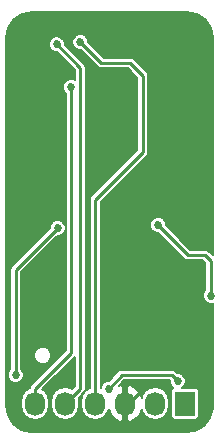
<source format=gbl>
%TF.GenerationSoftware,KiCad,Pcbnew,4.0.7*%
%TF.CreationDate,2018-07-15T20:16:19+02:00*%
%TF.ProjectId,Modulo_bluetooth,4D6F64756C6F5F626C7565746F6F7468,rev?*%
%TF.FileFunction,Copper,L2,Bot,Signal*%
%FSLAX46Y46*%
G04 Gerber Fmt 4.6, Leading zero omitted, Abs format (unit mm)*
G04 Created by KiCad (PCBNEW 4.0.7) date 07/15/18 20:16:19*
%MOMM*%
%LPD*%
G01*
G04 APERTURE LIST*
%ADD10C,0.100000*%
%ADD11R,1.727200X2.032000*%
%ADD12O,1.727200X2.032000*%
%ADD13C,0.685800*%
%ADD14C,0.254000*%
%ADD15C,0.160000*%
G04 APERTURE END LIST*
D10*
D11*
X15494000Y-33528000D03*
D12*
X12954000Y-33528000D03*
X10414000Y-33528000D03*
X7874000Y-33528000D03*
X5334000Y-33528000D03*
X2794000Y-33528000D03*
D13*
X2540000Y-21971000D03*
X4953000Y-28956000D03*
X11303000Y-27178000D03*
X13843000Y-31877000D03*
X11684000Y-28956000D03*
X16891000Y-22225000D03*
X6629400Y-2921000D03*
X4627000Y-3120000D03*
X5842000Y-6731000D03*
X14859000Y-31623000D03*
X9017000Y-32258000D03*
X1143000Y-31115000D03*
X4699000Y-18669000D03*
X17653000Y-24384000D03*
X13208000Y-18415000D03*
D14*
X2540000Y-21971000D02*
X4953000Y-24384000D01*
X4953000Y-24384000D02*
X4953000Y-28956000D01*
X11684000Y-28956000D02*
X11684000Y-27813000D01*
X11303000Y-27432000D02*
X11303000Y-27178000D01*
X11684000Y-27813000D02*
X11303000Y-27432000D01*
X10414000Y-33528000D02*
X10668000Y-33528000D01*
X10668000Y-33528000D02*
X12319000Y-31877000D01*
X12319000Y-31877000D02*
X13843000Y-31877000D01*
X11684000Y-28956000D02*
X16891000Y-23749000D01*
X16891000Y-23749000D02*
X16891000Y-22225000D01*
X7874000Y-16256000D02*
X7874000Y-33528000D01*
X11912600Y-12217400D02*
X7874000Y-16256000D01*
X11912600Y-5765800D02*
X11912600Y-12217400D01*
X10845800Y-4699000D02*
X11912600Y-5765800D01*
X8407400Y-4699000D02*
X10845800Y-4699000D01*
X6629400Y-2921000D02*
X8407400Y-4699000D01*
X4627000Y-3120000D02*
X6604000Y-5097000D01*
X6604000Y-5097000D02*
X6604000Y-32258000D01*
X6604000Y-32258000D02*
X5334000Y-33528000D01*
X2794000Y-33528000D02*
X2794000Y-32258000D01*
X5842000Y-29210000D02*
X5842000Y-7899400D01*
X5842000Y-7899400D02*
X5842000Y-6731000D01*
X2794000Y-32258000D02*
X5842000Y-29210000D01*
X14351000Y-31115000D02*
X14859000Y-31623000D01*
X10160000Y-31115000D02*
X14351000Y-31115000D01*
X9017000Y-32258000D02*
X10160000Y-31115000D01*
X1143000Y-22225000D02*
X1143000Y-31115000D01*
X4699000Y-18669000D02*
X1143000Y-22225000D01*
X17653000Y-21463000D02*
X17653000Y-24384000D01*
X17145000Y-20955000D02*
X17653000Y-21463000D01*
X15748000Y-20955000D02*
X17145000Y-20955000D01*
X13208000Y-18415000D02*
X15748000Y-20955000D01*
D15*
G36*
X16458989Y-516916D02*
X17169401Y-991599D01*
X17644084Y-1702012D01*
X17817500Y-2573834D01*
X17817500Y-20975547D01*
X17470976Y-20629024D01*
X17321417Y-20529092D01*
X17145000Y-20494000D01*
X15938953Y-20494000D01*
X13884878Y-18439926D01*
X13885017Y-18280947D01*
X13782182Y-18032068D01*
X13591934Y-17841487D01*
X13343234Y-17738218D01*
X13073947Y-17737983D01*
X12825068Y-17840818D01*
X12634487Y-18031066D01*
X12531218Y-18279766D01*
X12530983Y-18549053D01*
X12633818Y-18797932D01*
X12824066Y-18988513D01*
X13072766Y-19091782D01*
X13232970Y-19091922D01*
X15422023Y-21280976D01*
X15430415Y-21286583D01*
X15571583Y-21380908D01*
X15748000Y-21416000D01*
X16954048Y-21416000D01*
X17192000Y-21653953D01*
X17192000Y-23887750D01*
X17079487Y-24000066D01*
X16976218Y-24248766D01*
X16975983Y-24518053D01*
X17078818Y-24766932D01*
X17269066Y-24957513D01*
X17517766Y-25060782D01*
X17787053Y-25061017D01*
X17817500Y-25048437D01*
X17817500Y-33866481D01*
X17602580Y-34721330D01*
X17092274Y-35408147D01*
X16357980Y-35847396D01*
X15468812Y-35978500D01*
X2455519Y-35978500D01*
X1600670Y-35763580D01*
X913853Y-35253274D01*
X474604Y-34518980D01*
X343500Y-33629812D01*
X343500Y-33349152D01*
X1596400Y-33349152D01*
X1596400Y-33706848D01*
X1687562Y-34165150D01*
X1947169Y-34553679D01*
X2335698Y-34813286D01*
X2794000Y-34904448D01*
X3252302Y-34813286D01*
X3640831Y-34553679D01*
X3900438Y-34165150D01*
X3991600Y-33706848D01*
X3991600Y-33349152D01*
X3900438Y-32890850D01*
X3640831Y-32502321D01*
X3377550Y-32326402D01*
X6143000Y-29560952D01*
X6143000Y-32067048D01*
X5897226Y-32312822D01*
X5792302Y-32242714D01*
X5334000Y-32151552D01*
X4875698Y-32242714D01*
X4487169Y-32502321D01*
X4227562Y-32890850D01*
X4136400Y-33349152D01*
X4136400Y-33706848D01*
X4227562Y-34165150D01*
X4487169Y-34553679D01*
X4875698Y-34813286D01*
X5334000Y-34904448D01*
X5792302Y-34813286D01*
X6180831Y-34553679D01*
X6440438Y-34165150D01*
X6531600Y-33706848D01*
X6531600Y-33349152D01*
X6470744Y-33043208D01*
X6929976Y-32583976D01*
X7029908Y-32434417D01*
X7065000Y-32258000D01*
X7065000Y-5097000D01*
X7029908Y-4920583D01*
X6929976Y-4771024D01*
X5303878Y-3144926D01*
X5303956Y-3055053D01*
X5952383Y-3055053D01*
X6055218Y-3303932D01*
X6245466Y-3494513D01*
X6494166Y-3597782D01*
X6654370Y-3597922D01*
X8081424Y-5024976D01*
X8230983Y-5124908D01*
X8407400Y-5160000D01*
X10654848Y-5160000D01*
X11451600Y-5956752D01*
X11451600Y-12026448D01*
X7548024Y-15930024D01*
X7448092Y-16079583D01*
X7413000Y-16256000D01*
X7413000Y-32244517D01*
X7027169Y-32502321D01*
X6767562Y-32890850D01*
X6676400Y-33349152D01*
X6676400Y-33706848D01*
X6767562Y-34165150D01*
X7027169Y-34553679D01*
X7415698Y-34813286D01*
X7874000Y-34904448D01*
X8332302Y-34813286D01*
X8720831Y-34553679D01*
X8980438Y-34165150D01*
X9013013Y-34001384D01*
X9188696Y-34456600D01*
X9579006Y-34866419D01*
X10016699Y-35076572D01*
X10240000Y-34973344D01*
X10240000Y-33702000D01*
X10220000Y-33702000D01*
X10220000Y-33354000D01*
X10240000Y-33354000D01*
X10240000Y-32082656D01*
X10588000Y-32082656D01*
X10588000Y-33354000D01*
X10608000Y-33354000D01*
X10608000Y-33702000D01*
X10588000Y-33702000D01*
X10588000Y-34973344D01*
X10811301Y-35076572D01*
X11248994Y-34866419D01*
X11639304Y-34456600D01*
X11814987Y-34001384D01*
X11847562Y-34165150D01*
X12107169Y-34553679D01*
X12495698Y-34813286D01*
X12954000Y-34904448D01*
X13412302Y-34813286D01*
X13800831Y-34553679D01*
X14060438Y-34165150D01*
X14151600Y-33706848D01*
X14151600Y-33349152D01*
X14060438Y-32890850D01*
X13800831Y-32502321D01*
X13412302Y-32242714D01*
X12954000Y-32151552D01*
X12495698Y-32242714D01*
X12107169Y-32502321D01*
X11847562Y-32890850D01*
X11814987Y-33054616D01*
X11639304Y-32599400D01*
X11248994Y-32189581D01*
X10811301Y-31979428D01*
X10588000Y-32082656D01*
X10240000Y-32082656D01*
X10016699Y-31979428D01*
X9883635Y-32043317D01*
X10350952Y-31576000D01*
X14160048Y-31576000D01*
X14182122Y-31598074D01*
X14181983Y-31757053D01*
X14284818Y-32005932D01*
X14475066Y-32196513D01*
X14492580Y-32203785D01*
X14392949Y-32267896D01*
X14316687Y-32379510D01*
X14289857Y-32512000D01*
X14289857Y-34544000D01*
X14313146Y-34667773D01*
X14386296Y-34781451D01*
X14497910Y-34857713D01*
X14630400Y-34884543D01*
X16357600Y-34884543D01*
X16481373Y-34861254D01*
X16595051Y-34788104D01*
X16671313Y-34676490D01*
X16698143Y-34544000D01*
X16698143Y-32512000D01*
X16674854Y-32388227D01*
X16601704Y-32274549D01*
X16490090Y-32198287D01*
X16357600Y-32171457D01*
X15267702Y-32171457D01*
X15432513Y-32006934D01*
X15535782Y-31758234D01*
X15536017Y-31488947D01*
X15433182Y-31240068D01*
X15242934Y-31049487D01*
X14994234Y-30946218D01*
X14834031Y-30946078D01*
X14676976Y-30789024D01*
X14527417Y-30689092D01*
X14351000Y-30654000D01*
X10160000Y-30654000D01*
X9983583Y-30689092D01*
X9834024Y-30789024D01*
X9041926Y-31581122D01*
X8882947Y-31580983D01*
X8634068Y-31683818D01*
X8443487Y-31874066D01*
X8340218Y-32122766D01*
X8340109Y-32247930D01*
X8335000Y-32244517D01*
X8335000Y-16446952D01*
X12238576Y-12543376D01*
X12338508Y-12393817D01*
X12373600Y-12217400D01*
X12373600Y-5765800D01*
X12338508Y-5589383D01*
X12238576Y-5439824D01*
X11171776Y-4373024D01*
X11022217Y-4273092D01*
X10845800Y-4238000D01*
X8598352Y-4238000D01*
X7306278Y-2945926D01*
X7306417Y-2786947D01*
X7203582Y-2538068D01*
X7013334Y-2347487D01*
X6764634Y-2244218D01*
X6495347Y-2243983D01*
X6246468Y-2346818D01*
X6055887Y-2537066D01*
X5952618Y-2785766D01*
X5952383Y-3055053D01*
X5303956Y-3055053D01*
X5304017Y-2985947D01*
X5201182Y-2737068D01*
X5010934Y-2546487D01*
X4762234Y-2443218D01*
X4492947Y-2442983D01*
X4244068Y-2545818D01*
X4053487Y-2736066D01*
X3950218Y-2984766D01*
X3949983Y-3254053D01*
X4052818Y-3502932D01*
X4243066Y-3693513D01*
X4491766Y-3796782D01*
X4651970Y-3796922D01*
X6143000Y-5287952D01*
X6143000Y-6123050D01*
X5977234Y-6054218D01*
X5707947Y-6053983D01*
X5459068Y-6156818D01*
X5268487Y-6347066D01*
X5165218Y-6595766D01*
X5164983Y-6865053D01*
X5267818Y-7113932D01*
X5381000Y-7227312D01*
X5381000Y-29019048D01*
X2468024Y-31932024D01*
X2368092Y-32081583D01*
X2336055Y-32242643D01*
X2335698Y-32242714D01*
X1947169Y-32502321D01*
X1687562Y-32890850D01*
X1596400Y-33349152D01*
X343500Y-33349152D01*
X343500Y-31249053D01*
X465983Y-31249053D01*
X568818Y-31497932D01*
X759066Y-31688513D01*
X1007766Y-31791782D01*
X1277053Y-31792017D01*
X1525932Y-31689182D01*
X1716513Y-31498934D01*
X1819782Y-31250234D01*
X1820017Y-30980947D01*
X1717182Y-30732068D01*
X1604000Y-30618688D01*
X1604000Y-29609361D01*
X2694873Y-29609361D01*
X2806382Y-29879234D01*
X3012679Y-30085892D01*
X3282358Y-30197872D01*
X3574361Y-30198127D01*
X3844234Y-30086618D01*
X4050892Y-29880321D01*
X4162872Y-29610642D01*
X4163127Y-29318639D01*
X4051618Y-29048766D01*
X3845321Y-28842108D01*
X3575642Y-28730128D01*
X3283639Y-28729873D01*
X3013766Y-28841382D01*
X2807108Y-29047679D01*
X2695128Y-29317358D01*
X2694873Y-29609361D01*
X1604000Y-29609361D01*
X1604000Y-22415952D01*
X4674075Y-19345878D01*
X4833053Y-19346017D01*
X5081932Y-19243182D01*
X5272513Y-19052934D01*
X5375782Y-18804234D01*
X5376017Y-18534947D01*
X5273182Y-18286068D01*
X5082934Y-18095487D01*
X4834234Y-17992218D01*
X4564947Y-17991983D01*
X4316068Y-18094818D01*
X4125487Y-18285066D01*
X4022218Y-18533766D01*
X4022078Y-18693969D01*
X817024Y-21899024D01*
X717092Y-22048583D01*
X682000Y-22225000D01*
X682000Y-30618750D01*
X569487Y-30731066D01*
X466218Y-30979766D01*
X465983Y-31249053D01*
X343500Y-31249053D01*
X343500Y-2573834D01*
X516916Y-1702011D01*
X991599Y-991599D01*
X1702012Y-516916D01*
X2573834Y-343500D01*
X15587166Y-343500D01*
X16458989Y-516916D01*
X16458989Y-516916D01*
G37*
X16458989Y-516916D02*
X17169401Y-991599D01*
X17644084Y-1702012D01*
X17817500Y-2573834D01*
X17817500Y-20975547D01*
X17470976Y-20629024D01*
X17321417Y-20529092D01*
X17145000Y-20494000D01*
X15938953Y-20494000D01*
X13884878Y-18439926D01*
X13885017Y-18280947D01*
X13782182Y-18032068D01*
X13591934Y-17841487D01*
X13343234Y-17738218D01*
X13073947Y-17737983D01*
X12825068Y-17840818D01*
X12634487Y-18031066D01*
X12531218Y-18279766D01*
X12530983Y-18549053D01*
X12633818Y-18797932D01*
X12824066Y-18988513D01*
X13072766Y-19091782D01*
X13232970Y-19091922D01*
X15422023Y-21280976D01*
X15430415Y-21286583D01*
X15571583Y-21380908D01*
X15748000Y-21416000D01*
X16954048Y-21416000D01*
X17192000Y-21653953D01*
X17192000Y-23887750D01*
X17079487Y-24000066D01*
X16976218Y-24248766D01*
X16975983Y-24518053D01*
X17078818Y-24766932D01*
X17269066Y-24957513D01*
X17517766Y-25060782D01*
X17787053Y-25061017D01*
X17817500Y-25048437D01*
X17817500Y-33866481D01*
X17602580Y-34721330D01*
X17092274Y-35408147D01*
X16357980Y-35847396D01*
X15468812Y-35978500D01*
X2455519Y-35978500D01*
X1600670Y-35763580D01*
X913853Y-35253274D01*
X474604Y-34518980D01*
X343500Y-33629812D01*
X343500Y-33349152D01*
X1596400Y-33349152D01*
X1596400Y-33706848D01*
X1687562Y-34165150D01*
X1947169Y-34553679D01*
X2335698Y-34813286D01*
X2794000Y-34904448D01*
X3252302Y-34813286D01*
X3640831Y-34553679D01*
X3900438Y-34165150D01*
X3991600Y-33706848D01*
X3991600Y-33349152D01*
X3900438Y-32890850D01*
X3640831Y-32502321D01*
X3377550Y-32326402D01*
X6143000Y-29560952D01*
X6143000Y-32067048D01*
X5897226Y-32312822D01*
X5792302Y-32242714D01*
X5334000Y-32151552D01*
X4875698Y-32242714D01*
X4487169Y-32502321D01*
X4227562Y-32890850D01*
X4136400Y-33349152D01*
X4136400Y-33706848D01*
X4227562Y-34165150D01*
X4487169Y-34553679D01*
X4875698Y-34813286D01*
X5334000Y-34904448D01*
X5792302Y-34813286D01*
X6180831Y-34553679D01*
X6440438Y-34165150D01*
X6531600Y-33706848D01*
X6531600Y-33349152D01*
X6470744Y-33043208D01*
X6929976Y-32583976D01*
X7029908Y-32434417D01*
X7065000Y-32258000D01*
X7065000Y-5097000D01*
X7029908Y-4920583D01*
X6929976Y-4771024D01*
X5303878Y-3144926D01*
X5303956Y-3055053D01*
X5952383Y-3055053D01*
X6055218Y-3303932D01*
X6245466Y-3494513D01*
X6494166Y-3597782D01*
X6654370Y-3597922D01*
X8081424Y-5024976D01*
X8230983Y-5124908D01*
X8407400Y-5160000D01*
X10654848Y-5160000D01*
X11451600Y-5956752D01*
X11451600Y-12026448D01*
X7548024Y-15930024D01*
X7448092Y-16079583D01*
X7413000Y-16256000D01*
X7413000Y-32244517D01*
X7027169Y-32502321D01*
X6767562Y-32890850D01*
X6676400Y-33349152D01*
X6676400Y-33706848D01*
X6767562Y-34165150D01*
X7027169Y-34553679D01*
X7415698Y-34813286D01*
X7874000Y-34904448D01*
X8332302Y-34813286D01*
X8720831Y-34553679D01*
X8980438Y-34165150D01*
X9013013Y-34001384D01*
X9188696Y-34456600D01*
X9579006Y-34866419D01*
X10016699Y-35076572D01*
X10240000Y-34973344D01*
X10240000Y-33702000D01*
X10220000Y-33702000D01*
X10220000Y-33354000D01*
X10240000Y-33354000D01*
X10240000Y-32082656D01*
X10588000Y-32082656D01*
X10588000Y-33354000D01*
X10608000Y-33354000D01*
X10608000Y-33702000D01*
X10588000Y-33702000D01*
X10588000Y-34973344D01*
X10811301Y-35076572D01*
X11248994Y-34866419D01*
X11639304Y-34456600D01*
X11814987Y-34001384D01*
X11847562Y-34165150D01*
X12107169Y-34553679D01*
X12495698Y-34813286D01*
X12954000Y-34904448D01*
X13412302Y-34813286D01*
X13800831Y-34553679D01*
X14060438Y-34165150D01*
X14151600Y-33706848D01*
X14151600Y-33349152D01*
X14060438Y-32890850D01*
X13800831Y-32502321D01*
X13412302Y-32242714D01*
X12954000Y-32151552D01*
X12495698Y-32242714D01*
X12107169Y-32502321D01*
X11847562Y-32890850D01*
X11814987Y-33054616D01*
X11639304Y-32599400D01*
X11248994Y-32189581D01*
X10811301Y-31979428D01*
X10588000Y-32082656D01*
X10240000Y-32082656D01*
X10016699Y-31979428D01*
X9883635Y-32043317D01*
X10350952Y-31576000D01*
X14160048Y-31576000D01*
X14182122Y-31598074D01*
X14181983Y-31757053D01*
X14284818Y-32005932D01*
X14475066Y-32196513D01*
X14492580Y-32203785D01*
X14392949Y-32267896D01*
X14316687Y-32379510D01*
X14289857Y-32512000D01*
X14289857Y-34544000D01*
X14313146Y-34667773D01*
X14386296Y-34781451D01*
X14497910Y-34857713D01*
X14630400Y-34884543D01*
X16357600Y-34884543D01*
X16481373Y-34861254D01*
X16595051Y-34788104D01*
X16671313Y-34676490D01*
X16698143Y-34544000D01*
X16698143Y-32512000D01*
X16674854Y-32388227D01*
X16601704Y-32274549D01*
X16490090Y-32198287D01*
X16357600Y-32171457D01*
X15267702Y-32171457D01*
X15432513Y-32006934D01*
X15535782Y-31758234D01*
X15536017Y-31488947D01*
X15433182Y-31240068D01*
X15242934Y-31049487D01*
X14994234Y-30946218D01*
X14834031Y-30946078D01*
X14676976Y-30789024D01*
X14527417Y-30689092D01*
X14351000Y-30654000D01*
X10160000Y-30654000D01*
X9983583Y-30689092D01*
X9834024Y-30789024D01*
X9041926Y-31581122D01*
X8882947Y-31580983D01*
X8634068Y-31683818D01*
X8443487Y-31874066D01*
X8340218Y-32122766D01*
X8340109Y-32247930D01*
X8335000Y-32244517D01*
X8335000Y-16446952D01*
X12238576Y-12543376D01*
X12338508Y-12393817D01*
X12373600Y-12217400D01*
X12373600Y-5765800D01*
X12338508Y-5589383D01*
X12238576Y-5439824D01*
X11171776Y-4373024D01*
X11022217Y-4273092D01*
X10845800Y-4238000D01*
X8598352Y-4238000D01*
X7306278Y-2945926D01*
X7306417Y-2786947D01*
X7203582Y-2538068D01*
X7013334Y-2347487D01*
X6764634Y-2244218D01*
X6495347Y-2243983D01*
X6246468Y-2346818D01*
X6055887Y-2537066D01*
X5952618Y-2785766D01*
X5952383Y-3055053D01*
X5303956Y-3055053D01*
X5304017Y-2985947D01*
X5201182Y-2737068D01*
X5010934Y-2546487D01*
X4762234Y-2443218D01*
X4492947Y-2442983D01*
X4244068Y-2545818D01*
X4053487Y-2736066D01*
X3950218Y-2984766D01*
X3949983Y-3254053D01*
X4052818Y-3502932D01*
X4243066Y-3693513D01*
X4491766Y-3796782D01*
X4651970Y-3796922D01*
X6143000Y-5287952D01*
X6143000Y-6123050D01*
X5977234Y-6054218D01*
X5707947Y-6053983D01*
X5459068Y-6156818D01*
X5268487Y-6347066D01*
X5165218Y-6595766D01*
X5164983Y-6865053D01*
X5267818Y-7113932D01*
X5381000Y-7227312D01*
X5381000Y-29019048D01*
X2468024Y-31932024D01*
X2368092Y-32081583D01*
X2336055Y-32242643D01*
X2335698Y-32242714D01*
X1947169Y-32502321D01*
X1687562Y-32890850D01*
X1596400Y-33349152D01*
X343500Y-33349152D01*
X343500Y-31249053D01*
X465983Y-31249053D01*
X568818Y-31497932D01*
X759066Y-31688513D01*
X1007766Y-31791782D01*
X1277053Y-31792017D01*
X1525932Y-31689182D01*
X1716513Y-31498934D01*
X1819782Y-31250234D01*
X1820017Y-30980947D01*
X1717182Y-30732068D01*
X1604000Y-30618688D01*
X1604000Y-29609361D01*
X2694873Y-29609361D01*
X2806382Y-29879234D01*
X3012679Y-30085892D01*
X3282358Y-30197872D01*
X3574361Y-30198127D01*
X3844234Y-30086618D01*
X4050892Y-29880321D01*
X4162872Y-29610642D01*
X4163127Y-29318639D01*
X4051618Y-29048766D01*
X3845321Y-28842108D01*
X3575642Y-28730128D01*
X3283639Y-28729873D01*
X3013766Y-28841382D01*
X2807108Y-29047679D01*
X2695128Y-29317358D01*
X2694873Y-29609361D01*
X1604000Y-29609361D01*
X1604000Y-22415952D01*
X4674075Y-19345878D01*
X4833053Y-19346017D01*
X5081932Y-19243182D01*
X5272513Y-19052934D01*
X5375782Y-18804234D01*
X5376017Y-18534947D01*
X5273182Y-18286068D01*
X5082934Y-18095487D01*
X4834234Y-17992218D01*
X4564947Y-17991983D01*
X4316068Y-18094818D01*
X4125487Y-18285066D01*
X4022218Y-18533766D01*
X4022078Y-18693969D01*
X817024Y-21899024D01*
X717092Y-22048583D01*
X682000Y-22225000D01*
X682000Y-30618750D01*
X569487Y-30731066D01*
X466218Y-30979766D01*
X465983Y-31249053D01*
X343500Y-31249053D01*
X343500Y-2573834D01*
X516916Y-1702011D01*
X991599Y-991599D01*
X1702012Y-516916D01*
X2573834Y-343500D01*
X15587166Y-343500D01*
X16458989Y-516916D01*
M02*

</source>
